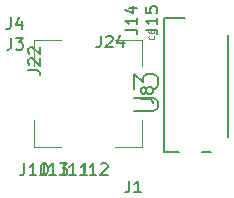
<source format=gbr>
G04 #@! TF.GenerationSoftware,KiCad,Pcbnew,(5.1.0)-1*
G04 #@! TF.CreationDate,2019-07-29T23:07:27-07:00*
G04 #@! TF.ProjectId,WireFreeV4_Release,57697265-4672-4656-9556-345f52656c65,rev?*
G04 #@! TF.SameCoordinates,Original*
G04 #@! TF.FileFunction,Legend,Top*
G04 #@! TF.FilePolarity,Positive*
%FSLAX46Y46*%
G04 Gerber Fmt 4.6, Leading zero omitted, Abs format (unit mm)*
G04 Created by KiCad (PCBNEW (5.1.0)-1) date 2019-07-29 23:07:27*
%MOMM*%
%LPD*%
G04 APERTURE LIST*
%ADD10C,0.100000*%
%ADD11C,0.150000*%
%ADD12C,0.050000*%
%ADD13C,0.200000*%
G04 APERTURE END LIST*
D10*
X142148900Y-95964720D02*
X142148900Y-93699720D01*
X139883900Y-95964720D02*
X142148900Y-95964720D01*
X133088900Y-95964720D02*
X133088900Y-93699720D01*
X135353900Y-95964720D02*
X133088900Y-95964720D01*
X133088900Y-86904720D02*
X133088900Y-89169720D01*
X135353900Y-86904720D02*
X133088900Y-86904720D01*
X142148900Y-86904720D02*
X142148900Y-89169720D01*
X139883900Y-86904720D02*
X142148900Y-86904720D01*
D11*
X147248960Y-96448840D02*
X148048960Y-96448840D01*
X149448960Y-86548840D02*
X149448960Y-95148840D01*
X144048960Y-85048840D02*
X145848960Y-85048840D01*
X144048960Y-96448840D02*
X145348960Y-96448840D01*
X144048960Y-85048840D02*
X144048960Y-96448840D01*
X142490959Y-86058784D02*
X143205245Y-86058784D01*
X143348102Y-86106403D01*
X143443340Y-86201641D01*
X143490959Y-86344499D01*
X143490959Y-86439737D01*
X143490959Y-85058784D02*
X143490959Y-85630213D01*
X143490959Y-85344499D02*
X142490959Y-85344499D01*
X142633817Y-85439737D01*
X142729055Y-85534975D01*
X142776674Y-85630213D01*
X142490959Y-84154022D02*
X142490959Y-84630213D01*
X142967150Y-84677832D01*
X142919531Y-84630213D01*
X142871912Y-84534975D01*
X142871912Y-84296880D01*
X142919531Y-84201641D01*
X142967150Y-84154022D01*
X143062388Y-84106403D01*
X143300483Y-84106403D01*
X143395721Y-84154022D01*
X143443340Y-84201641D01*
X143490959Y-84296880D01*
X143490959Y-84534975D01*
X143443340Y-84630213D01*
X143395721Y-84677832D01*
X140790959Y-86058784D02*
X141505245Y-86058784D01*
X141648102Y-86106403D01*
X141743340Y-86201641D01*
X141790959Y-86344499D01*
X141790959Y-86439737D01*
X141790959Y-85058784D02*
X141790959Y-85630213D01*
X141790959Y-85344499D02*
X140790959Y-85344499D01*
X140933817Y-85439737D01*
X141029055Y-85534975D01*
X141076674Y-85630213D01*
X141124293Y-84201641D02*
X141790959Y-84201641D01*
X140743340Y-84439737D02*
X141457626Y-84677832D01*
X141457626Y-84058784D01*
X133907915Y-97401199D02*
X133907915Y-98115485D01*
X133860296Y-98258342D01*
X133765058Y-98353580D01*
X133622200Y-98401199D01*
X133526962Y-98401199D01*
X134907915Y-98401199D02*
X134336486Y-98401199D01*
X134622200Y-98401199D02*
X134622200Y-97401199D01*
X134526962Y-97544057D01*
X134431724Y-97639295D01*
X134336486Y-97686914D01*
X135241248Y-97401199D02*
X135860296Y-97401199D01*
X135526962Y-97782152D01*
X135669819Y-97782152D01*
X135765058Y-97829771D01*
X135812677Y-97877390D01*
X135860296Y-97972628D01*
X135860296Y-98210723D01*
X135812677Y-98305961D01*
X135765058Y-98353580D01*
X135669819Y-98401199D01*
X135384105Y-98401199D01*
X135288867Y-98353580D01*
X135241248Y-98305961D01*
X137330476Y-97382380D02*
X137330476Y-98096666D01*
X137282857Y-98239523D01*
X137187619Y-98334761D01*
X137044761Y-98382380D01*
X136949523Y-98382380D01*
X138330476Y-98382380D02*
X137759047Y-98382380D01*
X138044761Y-98382380D02*
X138044761Y-97382380D01*
X137949523Y-97525238D01*
X137854285Y-97620476D01*
X137759047Y-97668095D01*
X138711428Y-97477619D02*
X138759047Y-97430000D01*
X138854285Y-97382380D01*
X139092380Y-97382380D01*
X139187619Y-97430000D01*
X139235238Y-97477619D01*
X139282857Y-97572857D01*
X139282857Y-97668095D01*
X139235238Y-97810952D01*
X138663809Y-98382380D01*
X139282857Y-98382380D01*
X135607915Y-97381199D02*
X135607915Y-98095485D01*
X135560296Y-98238342D01*
X135465058Y-98333580D01*
X135322200Y-98381199D01*
X135226962Y-98381199D01*
X136607915Y-98381199D02*
X136036486Y-98381199D01*
X136322200Y-98381199D02*
X136322200Y-97381199D01*
X136226962Y-97524057D01*
X136131724Y-97619295D01*
X136036486Y-97666914D01*
X137560296Y-98381199D02*
X136988867Y-98381199D01*
X137274581Y-98381199D02*
X137274581Y-97381199D01*
X137179343Y-97524057D01*
X137084105Y-97619295D01*
X136988867Y-97666914D01*
X132240476Y-97392380D02*
X132240476Y-98106666D01*
X132192857Y-98249523D01*
X132097619Y-98344761D01*
X131954761Y-98392380D01*
X131859523Y-98392380D01*
X133240476Y-98392380D02*
X132669047Y-98392380D01*
X132954761Y-98392380D02*
X132954761Y-97392380D01*
X132859523Y-97535238D01*
X132764285Y-97630476D01*
X132669047Y-97678095D01*
X133859523Y-97392380D02*
X133954761Y-97392380D01*
X134050000Y-97440000D01*
X134097619Y-97487619D01*
X134145238Y-97582857D01*
X134192857Y-97773333D01*
X134192857Y-98011428D01*
X134145238Y-98201904D01*
X134097619Y-98297142D01*
X134050000Y-98344761D01*
X133954761Y-98392380D01*
X133859523Y-98392380D01*
X133764285Y-98344761D01*
X133716666Y-98297142D01*
X133669047Y-98201904D01*
X133621428Y-98011428D01*
X133621428Y-97773333D01*
X133669047Y-97582857D01*
X133716666Y-97487619D01*
X133764285Y-97440000D01*
X133859523Y-97392380D01*
X131096666Y-85032380D02*
X131096666Y-85746666D01*
X131049047Y-85889523D01*
X130953809Y-85984761D01*
X130810952Y-86032380D01*
X130715714Y-86032380D01*
X132001428Y-85365714D02*
X132001428Y-86032380D01*
X131763333Y-84984761D02*
X131525238Y-85699047D01*
X132144285Y-85699047D01*
X131114705Y-86765219D02*
X131114705Y-87479505D01*
X131067086Y-87622362D01*
X130971848Y-87717600D01*
X130828991Y-87765219D01*
X130733753Y-87765219D01*
X131495658Y-86765219D02*
X132114705Y-86765219D01*
X131781372Y-87146172D01*
X131924229Y-87146172D01*
X132019467Y-87193791D01*
X132067086Y-87241410D01*
X132114705Y-87336648D01*
X132114705Y-87574743D01*
X132067086Y-87669981D01*
X132019467Y-87717600D01*
X131924229Y-87765219D01*
X131638515Y-87765219D01*
X131543277Y-87717600D01*
X131495658Y-87669981D01*
D12*
X143188571Y-86578333D02*
X143212380Y-86602142D01*
X143236190Y-86673571D01*
X143236190Y-86721190D01*
X143212380Y-86792619D01*
X143164761Y-86840238D01*
X143117142Y-86864047D01*
X143021904Y-86887857D01*
X142950476Y-86887857D01*
X142855238Y-86864047D01*
X142807619Y-86840238D01*
X142760000Y-86792619D01*
X142736190Y-86721190D01*
X142736190Y-86673571D01*
X142760000Y-86602142D01*
X142783809Y-86578333D01*
X142736190Y-86149761D02*
X142736190Y-86245000D01*
X142760000Y-86292619D01*
X142783809Y-86316428D01*
X142855238Y-86364047D01*
X142950476Y-86387857D01*
X143140952Y-86387857D01*
X143188571Y-86364047D01*
X143212380Y-86340238D01*
X143236190Y-86292619D01*
X143236190Y-86197380D01*
X143212380Y-86149761D01*
X143188571Y-86125952D01*
X143140952Y-86102142D01*
X143021904Y-86102142D01*
X142974285Y-86125952D01*
X142950476Y-86149761D01*
X142926666Y-86197380D01*
X142926666Y-86292619D01*
X142950476Y-86340238D01*
X142974285Y-86364047D01*
X143021904Y-86387857D01*
D13*
X141523661Y-92958529D02*
X143142709Y-92958529D01*
X143333185Y-92863291D01*
X143428423Y-92768053D01*
X143523661Y-92577577D01*
X143523661Y-92196624D01*
X143428423Y-92006148D01*
X143333185Y-91910910D01*
X143142709Y-91815672D01*
X141523661Y-91815672D01*
X141523661Y-91053767D02*
X141523661Y-89815672D01*
X142285566Y-90482339D01*
X142285566Y-90196624D01*
X142380804Y-90006148D01*
X142476042Y-89910910D01*
X142666519Y-89815672D01*
X143142709Y-89815672D01*
X143333185Y-89910910D01*
X143428423Y-90006148D01*
X143523661Y-90196624D01*
X143523661Y-90768053D01*
X143428423Y-90958529D01*
X143333185Y-91053767D01*
D11*
X138711994Y-86571300D02*
X138711994Y-87285586D01*
X138664375Y-87428443D01*
X138569137Y-87523681D01*
X138426279Y-87571300D01*
X138331041Y-87571300D01*
X139140565Y-86666539D02*
X139188184Y-86618920D01*
X139283422Y-86571300D01*
X139521518Y-86571300D01*
X139616756Y-86618920D01*
X139664375Y-86666539D01*
X139711994Y-86761777D01*
X139711994Y-86857015D01*
X139664375Y-86999872D01*
X139092946Y-87571300D01*
X139711994Y-87571300D01*
X140569137Y-86904634D02*
X140569137Y-87571300D01*
X140331041Y-86523681D02*
X140092946Y-87237967D01*
X140711994Y-87237967D01*
X132565540Y-89487652D02*
X133279826Y-89487652D01*
X133422683Y-89535271D01*
X133517921Y-89630509D01*
X133565540Y-89773367D01*
X133565540Y-89868605D01*
X132660779Y-89059081D02*
X132613160Y-89011462D01*
X132565540Y-88916224D01*
X132565540Y-88678129D01*
X132613160Y-88582890D01*
X132660779Y-88535271D01*
X132756017Y-88487652D01*
X132851255Y-88487652D01*
X132994112Y-88535271D01*
X133565540Y-89106700D01*
X133565540Y-88487652D01*
X132660779Y-88106700D02*
X132613160Y-88059081D01*
X132565540Y-87963843D01*
X132565540Y-87725748D01*
X132613160Y-87630509D01*
X132660779Y-87582890D01*
X132756017Y-87535271D01*
X132851255Y-87535271D01*
X132994112Y-87582890D01*
X133565540Y-88154319D01*
X133565540Y-87535271D01*
X142101340Y-91932173D02*
X142815626Y-91932173D01*
X142958483Y-91979792D01*
X143053721Y-92075030D01*
X143101340Y-92217887D01*
X143101340Y-92313125D01*
X142529912Y-91313125D02*
X142482293Y-91408363D01*
X142434674Y-91455982D01*
X142339436Y-91503601D01*
X142291817Y-91503601D01*
X142196579Y-91455982D01*
X142148960Y-91408363D01*
X142101340Y-91313125D01*
X142101340Y-91122649D01*
X142148960Y-91027411D01*
X142196579Y-90979792D01*
X142291817Y-90932173D01*
X142339436Y-90932173D01*
X142434674Y-90979792D01*
X142482293Y-91027411D01*
X142529912Y-91122649D01*
X142529912Y-91313125D01*
X142577531Y-91408363D01*
X142625150Y-91455982D01*
X142720388Y-91503601D01*
X142910864Y-91503601D01*
X143006102Y-91455982D01*
X143053721Y-91408363D01*
X143101340Y-91313125D01*
X143101340Y-91122649D01*
X143053721Y-91027411D01*
X143006102Y-90979792D01*
X142910864Y-90932173D01*
X142720388Y-90932173D01*
X142625150Y-90979792D01*
X142577531Y-91027411D01*
X142529912Y-91122649D01*
X141124465Y-98850120D02*
X141124465Y-99564406D01*
X141076846Y-99707263D01*
X140981608Y-99802501D01*
X140838751Y-99850120D01*
X140743513Y-99850120D01*
X142124465Y-99850120D02*
X141553037Y-99850120D01*
X141838751Y-99850120D02*
X141838751Y-98850120D01*
X141743513Y-98992978D01*
X141648275Y-99088216D01*
X141553037Y-99135835D01*
M02*

</source>
